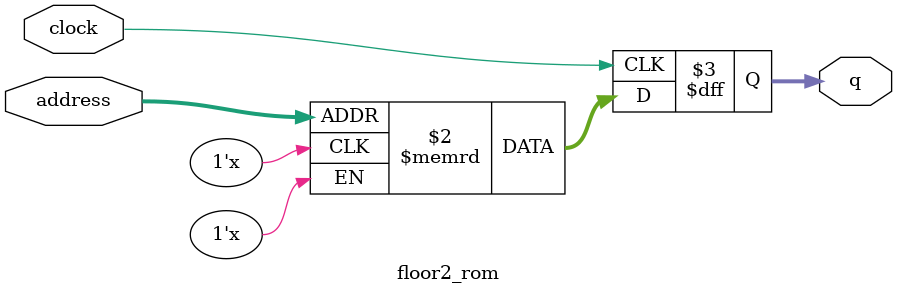
<source format=sv>
module floor2_rom (
	input logic clock,
	input logic [14:0] address,
	output logic [3:0] q
);

logic [3:0] memory [0:20479] /* synthesis ram_init_file = "./floor2/floor2.mif" */;

always_ff @ (posedge clock) begin
	q <= memory[address];
end

endmodule

</source>
